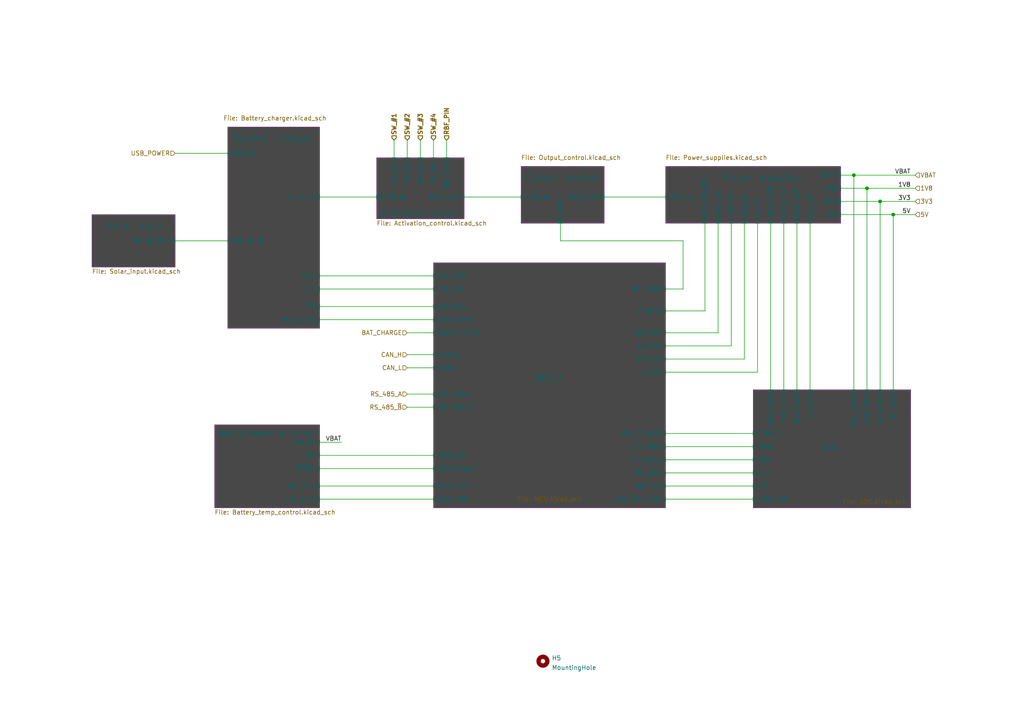
<source format=kicad_sch>
(kicad_sch (version 20210621) (generator eeschema)
  (paper "A4")
  (title_block (title "BUTCube - EPS") (date "2021-06-01") (rev "v1.0") (company "VUT - FIT(STRaDe) & FME(IAE & IPE)") (comment 1 "Author: Petr Malaník"))
  (lib_symbols
    (symbol "Mechanical:MountingHole" (pin_names (offset 1.016))
      (property "Reference" "H" (at 0 5.08 0))
      (property "Value" "MountingHole" (at 0 3.175 0))
      (symbol "MountingHole_0_1"
        (circle (center 0 0) (radius 1.27) (stroke (width 1.27)))
      )
    )
  )
  (junction (at 247.65 50.8) (diameter 0.9144))
  (junction (at 251.46 54.61) (diameter 0.9144))
  (junction (at 255.27 58.42) (diameter 0.9144))
  (junction (at 259.08 62.23) (diameter 0.9144))
  (wire (pts (xy 50.8 44.45) (xy 66.04 44.45)))
  (wire (pts (xy 50.8 69.85) (xy 66.04 69.85)))
  (wire (pts (xy 92.71 57.15) (xy 109.22 57.15)))
  (wire (pts (xy 92.71 80.01) (xy 125.73 80.01)))
  (wire (pts (xy 92.71 83.82) (xy 125.73 83.82)))
  (wire (pts (xy 92.71 88.9) (xy 125.73 88.9)))
  (wire (pts (xy 92.71 92.71) (xy 125.73 92.71)))
  (wire (pts (xy 92.71 128.27) (xy 99.06 128.27)))
  (wire (pts (xy 92.71 132.08) (xy 125.73 132.08)))
  (wire (pts (xy 92.71 135.89) (xy 125.73 135.89)))
  (wire (pts (xy 92.71 140.97) (xy 125.73 140.97)))
  (wire (pts (xy 92.71 144.78) (xy 125.73 144.78)))
  (wire (pts (xy 114.3 40.64) (xy 114.3 45.72)))
  (wire (pts (xy 118.11 40.64) (xy 118.11 45.72)))
  (wire (pts (xy 118.11 96.52) (xy 125.73 96.52)))
  (wire (pts (xy 118.11 102.87) (xy 125.73 102.87)))
  (wire (pts (xy 118.11 106.68) (xy 125.73 106.68)))
  (wire (pts (xy 118.11 114.3) (xy 125.73 114.3)))
  (wire (pts (xy 118.11 118.11) (xy 125.73 118.11)))
  (wire (pts (xy 121.92 40.64) (xy 121.92 45.72)))
  (wire (pts (xy 125.73 40.64) (xy 125.73 45.72)))
  (wire (pts (xy 129.54 40.64) (xy 129.54 45.72)))
  (wire (pts (xy 134.62 57.15) (xy 151.13 57.15)))
  (wire (pts (xy 162.56 64.77) (xy 162.56 69.85)))
  (wire (pts (xy 162.56 69.85) (xy 198.12 69.85)))
  (wire (pts (xy 175.26 57.15) (xy 193.04 57.15)))
  (wire (pts (xy 193.04 83.82) (xy 198.12 83.82)))
  (wire (pts (xy 193.04 90.17) (xy 204.47 90.17)))
  (wire (pts (xy 193.04 96.52) (xy 208.28 96.52)))
  (wire (pts (xy 193.04 100.33) (xy 212.09 100.33)))
  (wire (pts (xy 193.04 104.14) (xy 215.9 104.14)))
  (wire (pts (xy 193.04 107.95) (xy 219.71 107.95)))
  (wire (pts (xy 193.04 125.73) (xy 218.44 125.73)))
  (wire (pts (xy 193.04 129.54) (xy 218.44 129.54)))
  (wire (pts (xy 193.04 133.35) (xy 218.44 133.35)))
  (wire (pts (xy 193.04 137.16) (xy 218.44 137.16)))
  (wire (pts (xy 193.04 140.97) (xy 218.44 140.97)))
  (wire (pts (xy 193.04 144.78) (xy 218.44 144.78)))
  (wire (pts (xy 198.12 69.85) (xy 198.12 83.82)))
  (wire (pts (xy 204.47 64.77) (xy 204.47 90.17)))
  (wire (pts (xy 208.28 64.77) (xy 208.28 96.52)))
  (wire (pts (xy 212.09 64.77) (xy 212.09 100.33)))
  (wire (pts (xy 215.9 64.77) (xy 215.9 104.14)))
  (wire (pts (xy 219.71 64.77) (xy 219.71 107.95)))
  (wire (pts (xy 223.52 64.77) (xy 223.52 113.03)))
  (wire (pts (xy 227.33 64.77) (xy 227.33 113.03)))
  (wire (pts (xy 231.14 64.77) (xy 231.14 113.03)))
  (wire (pts (xy 234.95 64.77) (xy 234.95 113.03)))
  (wire (pts (xy 243.84 50.8) (xy 247.65 50.8)))
  (wire (pts (xy 243.84 54.61) (xy 251.46 54.61)))
  (wire (pts (xy 243.84 58.42) (xy 255.27 58.42)))
  (wire (pts (xy 243.84 62.23) (xy 259.08 62.23)))
  (wire (pts (xy 247.65 50.8) (xy 247.65 113.03)))
  (wire (pts (xy 247.65 50.8) (xy 265.43 50.8)))
  (wire (pts (xy 251.46 54.61) (xy 251.46 113.03)))
  (wire (pts (xy 251.46 54.61) (xy 265.43 54.61)))
  (wire (pts (xy 255.27 58.42) (xy 255.27 113.03)))
  (wire (pts (xy 255.27 58.42) (xy 265.43 58.42)))
  (wire (pts (xy 259.08 62.23) (xy 259.08 113.03)))
  (wire (pts (xy 259.08 62.23) (xy 265.43 62.23)))
  (label "VBAT" (at 99.06 128.27 180))
  (label "VBAT" (at 264.16 50.8 180))
  (label "1V8" (at 264.16 54.61 180))
  (label "3V3" (at 264.16 58.42 180))
  (label "5V" (at 264.16 62.23 180))
  (hierarchical_label "USB_POWER" (shape input) (at 50.8 44.45 180))
  (hierarchical_label "SW_#1" (shape input) (at 114.3 40.64 90) (effects (font (thickness 0.254))))
  (hierarchical_label "SW_#2" (shape input) (at 118.11 40.64 90) (effects (font (thickness 0.254))))
  (hierarchical_label "BAT_CHARGE" (shape input) (at 118.11 96.52 180))
  (hierarchical_label "CAN_H" (shape input) (at 118.11 102.87 180))
  (hierarchical_label "CAN_L" (shape input) (at 118.11 106.68 180))
  (hierarchical_label "RS_485_A" (shape input) (at 118.11 114.3 180))
  (hierarchical_label "RS_485_~{B}" (shape input) (at 118.11 118.11 180))
  (hierarchical_label "SW_#3" (shape input) (at 121.92 40.64 90) (effects (font (thickness 0.254))))
  (hierarchical_label "SW_#4" (shape input) (at 125.73 40.64 90) (effects (font (thickness 0.254))))
  (hierarchical_label "RBF_PIN" (shape input) (at 129.54 40.64 90) (effects (font (thickness 0.254))))
  (hierarchical_label "VBAT" (shape input) (at 265.43 50.8 0))
  (hierarchical_label "1V8" (shape input) (at 265.43 54.61 0))
  (hierarchical_label "3V3" (shape input) (at 265.43 58.42 0))
  (hierarchical_label "5V" (shape input) (at 265.43 62.23 0))
  (symbol (lib_id "Mechanical:MountingHole") (at 157.48 191.77 0)
    (property "Reference" "H5" (at 160.0201 190.8615 0) (effects (justify left)))
    (property "Value" "MountingHole" (at 160.0201 193.6366 0) (effects (justify left)))
    (property "Footprint" "MountingHole:MountingHole_3.2mm_M3_Pad_Via" (effects hide))
  )
  (sheet (at 218.44 113.03) (size 45.72 34.29) (stroke (width 0.001) (color 132 0 132 1)) (fill (color 72 72 72 1.0000))
    (property "Sheet name" "ADC" (at 238.1241 130.81 0) (effects (font (size 2 2)) (justify left bottom)))
    (property "Sheet file" "ADC.kicad_sch" (at 244.3489 144.78 0) (effects (justify left top)))
    (pin "VBAT_MON" input (at 247.65 113.03 90))
    (pin "VBAT_CUR" input (at 223.52 113.03 90))
    (pin "1V8_MON" input (at 251.46 113.03 90))
    (pin "1V8_CUR" input (at 227.33 113.03 90))
    (pin "3V3_MON" input (at 255.27 113.03 90))
    (pin "3V3_CUR" input (at 231.14 113.03 90))
    (pin "5V_MON" input (at 259.08 113.03 90))
    (pin "5V_CUR" input (at 234.95 113.03 90))
    (pin "~{CS}" input (at 218.44 140.97 180))
    (pin "MISO" input (at 218.44 129.54 180))
    (pin "MOSI" input (at 218.44 133.35 180))
    (pin "CLK" input (at 218.44 137.16 180))
    (pin "POWER" input (at 218.44 125.73 180))
    (pin "CONV_EN" input (at 218.44 144.78 180))
  )
  (sheet (at 109.22 45.72) (size 25.4 17.78) (stroke (width 0.001) (color 132 0 132 1)) (fill (color 72 72 72 1.0000))
    (property "Sheet name" "Activation control" (at 110.49 62.8641 0) (effects (font (size 1.7 1.7)) (justify left bottom)))
    (property "Sheet file" "Activation_control.kicad_sch" (at 109.22 64.0089 0) (effects (justify left top)))
    (pin "PWR_IN" input (at 109.22 57.15 180))
    (pin "PWR_OUT" input (at 134.62 57.15 0))
    (pin "SW_#3" input (at 121.92 45.72 90))
    (pin "SW_#4" input (at 125.73 45.72 90))
    (pin "SW_#2" input (at 118.11 45.72 90))
    (pin "SW_#1" input (at 114.3 45.72 90))
    (pin "RBF_PIN" input (at 129.54 45.72 90))
  )
  (sheet (at 66.04 36.83) (size 26.67 58.42) (stroke (width 0.001) (color 132 0 132 1)) (fill (color 72 72 72 1.0000))
    (property "Sheet name" "Battery charger" (at 67.31 41.2741 0) (effects (font (size 2 2)) (justify left bottom)))
    (property "Sheet file" "Battery_charger.kicad_sch" (at 64.77 33.5289 0) (effects (justify left top)))
    (pin "USB_IN" input (at 66.04 44.45 180))
    (pin "SOLAR_IN" input (at 66.04 69.85 180))
    (pin "SYS_OUT" input (at 92.71 57.15 0))
    (pin "SCL" input (at 92.71 83.82 0))
    (pin "~{INT}" input (at 92.71 88.9 0))
    (pin "SDA" input (at 92.71 80.01 0))
    (pin "BAT_ALERT" input (at 92.71 92.71 0))
  )
  (sheet (at 62.23 123.19) (size 30.48 24.13) (stroke (width 0.001) (color 132 0 132 1)) (fill (color 72 72 72 1.0000))
    (property "Sheet name" "Battery temperature control" (at 63.5 126.3641 0) (effects (justify left bottom)))
    (property "Sheet file" "Battery_temp_control.kicad_sch" (at 62.23 147.8289 0) (effects (justify left top)))
    (pin "PWR_IN" input (at 92.71 128.27 0))
    (pin "EN" input (at 92.71 132.08 0))
    (pin "~{FAULT}" input (at 92.71 135.89 0))
    (pin "NTC_REF" input (at 92.71 140.97 0))
    (pin "NTC_OUT" input (at 92.71 144.78 0))
  )
  (sheet (at 125.73 76.2) (size 67.31 71.12) (stroke (width 0.001) (color 132 0 132 1)) (fill (color 72 72 72 1.0000))
    (property "Sheet name" "MCU" (at 154.94 111.1241 0) (effects (font (size 2.5 2.5)) (justify left bottom)))
    (property "Sheet file" "MCU.kicad_sch" (at 149.86 144.0189 0) (effects (justify left top)))
    (pin "CAN_H" input (at 125.73 102.87 180))
    (pin "CAN_L" input (at 125.73 106.68 180))
    (pin "POWER" input (at 193.04 90.17 0))
    (pin "3V3_EN" input (at 193.04 104.14 0))
    (pin "5V_EN" input (at 193.04 107.95 0))
    (pin "1V8_EN" input (at 193.04 100.33 0))
    (pin "VBAT_EN" input (at 193.04 96.52 0))
    (pin "BAT_CHARGE" input (at 125.73 96.52 180))
    (pin "RS_485_~{B}" input (at 125.73 118.11 180))
    (pin "RS_485_A" input (at 125.73 114.3 180))
    (pin "BAT_TEMP" input (at 125.73 144.78 180))
    (pin "I2C_SCL" input (at 125.73 83.82 180))
    (pin "I2C_SDA" input (at 125.73 80.01 180))
    (pin "BAT_ALERT" input (at 125.73 92.71 180))
    (pin "BAT_IRQ" input (at 125.73 88.9 180))
    (pin "HEAT_EN" input (at 125.73 132.08 180))
    (pin "HEAT_FAULT" input (at 125.73 135.89 180))
    (pin "OUT_CUR" input (at 193.04 83.82 0))
    (pin "MCU_POWER" input (at 193.04 125.73 0))
    (pin "ADC_CS" input (at 193.04 140.97 0))
    (pin "SPI_SCK" input (at 193.04 137.16 0))
    (pin "SPI_MISO" input (at 193.04 129.54 0))
    (pin "SPI_MOSI" input (at 193.04 133.35 0))
    (pin "NTC_REF" input (at 125.73 140.97 180))
    (pin "ADC_CONV_EN" input (at 193.04 144.78 0))
  )
  (sheet (at 151.13 48.26) (size 24.13 16.51) (stroke (width 0.001) (color 132 0 132 1)) (fill (color 72 72 72 1.0000))
    (property "Sheet name" "Output control" (at 152.4 52.7041 0) (effects (font (size 2 2)) (justify left bottom)))
    (property "Sheet file" "Output_control.kicad_sch" (at 151.13 44.9589 0) (effects (justify left top)))
    (pin "PWR_IN" input (at 151.13 57.15 180))
    (pin "PWR_OUT" input (at 175.26 57.15 0))
    (pin "I_SEN" input (at 162.56 64.77 270))
  )
  (sheet (at 193.04 48.26) (size 50.8 16.51) (stroke (width 0.001) (color 132 0 132 1)) (fill (color 72 72 72 1.0000))
    (property "Sheet name" "Power supplies" (at 209.55 52.7041 0) (effects (font (size 2 2)) (justify left bottom)))
    (property "Sheet file" "Power_supplies.kicad_sch" (at 193.04 44.9589 0) (effects (justify left top)))
    (pin "PWR_IN" input (at 193.04 57.15 180))
    (pin "5V" input (at 243.84 62.23 0))
    (pin "VBAT" input (at 243.84 50.8 0))
    (pin "1V8" input (at 243.84 54.61 0))
    (pin "3V3" input (at 243.84 58.42 0))
    (pin "3V3_CUR" input (at 231.14 64.77 270))
    (pin "5V_CUR" input (at 234.95 64.77 270))
    (pin "VBAT_CUR" input (at 223.52 64.77 270))
    (pin "1V8_CUR" input (at 227.33 64.77 270))
    (pin "3V3_EN" input (at 215.9 64.77 270))
    (pin "MCU_POWER" input (at 204.47 64.77 270))
    (pin "VBAT_EN" input (at 208.28 64.77 270))
    (pin "1V8_EN" input (at 212.09 64.77 270))
    (pin "5V_EN" input (at 219.71 64.77 270))
  )
  (sheet (at 26.67 62.23) (size 24.13 15.24) (stroke (width 0.001) (color 132 0 132 1)) (fill (color 72 72 72 1.0000))
    (property "Sheet name" "Solar input" (at 30.48 66.6741 0) (effects (font (size 2 2)) (justify left bottom)))
    (property "Sheet file" "Solar_input.kicad_sch" (at 26.67 77.9789 0) (effects (justify left top)))
    (pin "SOLAR_OUT" input (at 50.8 69.85 0))
  )
)
</source>
